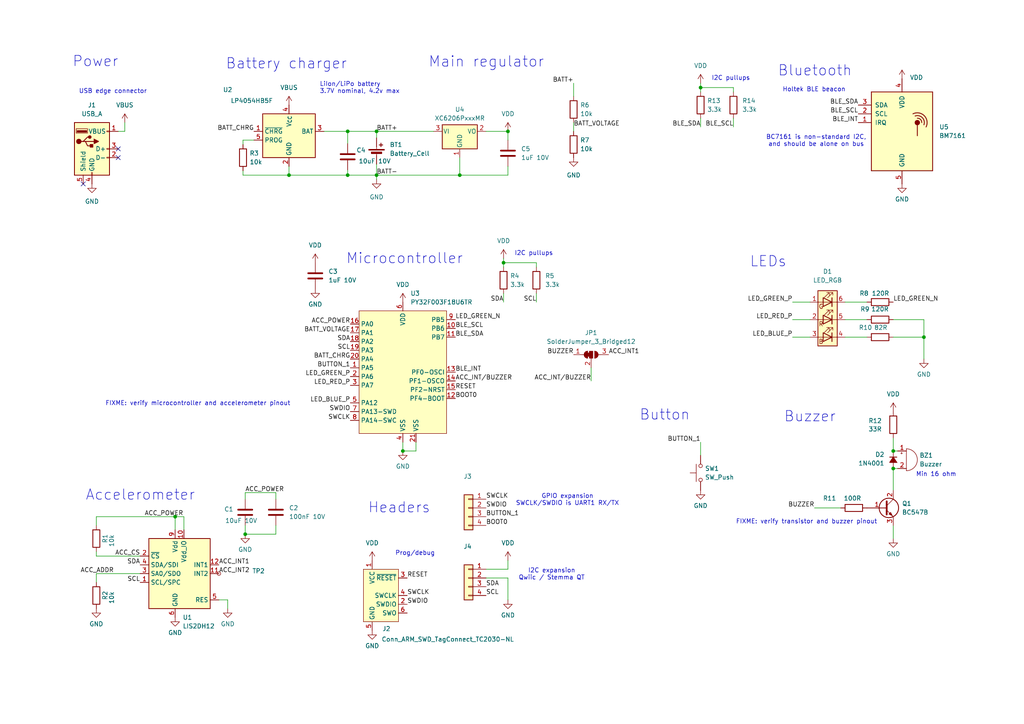
<source format=kicad_sch>
(kicad_sch (version 20231120) (generator "eeschema") (generator_version "8.0")
  (paper "A4")
  (lib_symbols
    (symbol "Battery_Management:LTC4054ES5-4.2"
      (property "Reference" "U" (at -5.842 6.604 0))
      (property "Value" "LTC4054ES5-4.2" (at 1.524 6.604 0))
      (symbol "LTC4054ES5-4.2_0_1"
        (rectangle (start -7.62 5.08) (end 7.62 -7.62) (stroke (width 0.254)) (fill (type background)))
      )
      (symbol "LTC4054ES5-4.2_1_1"
        (pin open_collector line (at -10.16 0 0) (length 2.54) (name "~{CHRG}") (number "1"))
        (pin power_in line (at 0 -10.16 90) (length 2.54) (name "GND") (number "2"))
        (pin power_out line (at 10.16 0 180) (length 2.54) (name "BAT") (number "3"))
        (pin power_in line (at 0 7.62 270) (length 2.54) (name "V_{CC}") (number "4"))
        (pin bidirectional line (at -10.16 -2.54 0) (length 2.54) (name "PROG") (number "5"))
      )
    )
    (symbol "Connector:Conn_ARM_SWD_TagConnect_TC2030-NL" (in_bom no)
      (property "Reference" "J" (at 2.54 11.43 0))
      (property "Value" "Conn_ARM_SWD_TagConnect_TC2030-NL" (at 2.54 8.89 0))
      (symbol "Conn_ARM_SWD_TagConnect_TC2030-NL_0_0"
        (pin power_in line (at -2.54 10.16 270) (length 2.54) (name "VCC") (number "1"))
        (pin bidirectional line (at 7.62 -2.54 180) (length 2.54) (name "SWDIO") (number "2"))
        (pin open_collector line (at 7.62 5.08 180) (length 2.54) (name "~{RESET}") (number "3"))
        (pin output line (at 7.62 0 180) (length 2.54) (name "SWCLK") (number "4"))
        (pin power_in line (at -2.54 -10.16 90) (length 2.54) (name "GND") (number "5"))
        (pin input line (at 7.62 -5.08 180) (length 2.54) (name "SWO") (number "6"))
      )
      (symbol "Conn_ARM_SWD_TagConnect_TC2030-NL_0_1"
        (rectangle (start -5.08 7.62) (end 5.08 -7.62) (fill (type background)))
      )
    )
    (symbol "Connector:TestPoint_Small" (pin_numbers hide) (pin_names (offset 0.762) hide)
      (property "Reference" "TP" (at 0 3.81 0))
      (property "Value" "TestPoint_Small" (at 0 2.032 0))
      (symbol "TestPoint_Small_0_1"
        (circle (center 0 0) (radius 0.508))
      )
      (symbol "TestPoint_Small_1_1"
        (pin passive line (at 0 0 90) (length 0) (name "1") (number "1"))
      )
    )
    (symbol "Connector:USB_A" (pin_names (offset 1.016))
      (property "Reference" "J" (at -5.08 11.43 0))
      (property "Value" "USB_A" (at -5.08 8.89 0))
      (symbol "USB_A_0_1"
        (rectangle (start -5.08 -7.62) (end 5.08 7.62) (stroke (width 0.254)) (fill (type background)))
        (circle (center -3.81 2.159) (radius 0.635) (stroke (width 0.254)) (fill (type outline)))
        (rectangle (start -1.524 4.826) (end -4.318 5.334) (fill (type outline)))
        (rectangle (start -1.27 4.572) (end -4.572 5.842))
        (circle (center -0.635 3.429) (radius 0.381) (stroke (width 0.254)) (fill (type outline)))
        (rectangle (start -0.127 -7.62) (end 0.127 -6.858))
        (polyline (pts (xy -3.175 2.159) (xy -2.54 2.159) (xy -1.27 3.429) (xy -0.635 3.429)) (stroke (width 0.254)))
        (polyline (pts (xy -2.54 2.159) (xy -1.905 2.159) (xy -1.27 0.889) (xy 0 0.889)) (stroke (width 0.254)))
        (polyline (pts (xy 0.635 2.794) (xy 0.635 1.524) (xy 1.905 2.159) (xy 0.635 2.794)) (stroke (width 0.254)) (fill (type outline)))
        (rectangle (start 0.254 1.27) (end -0.508 0.508) (stroke (width 0.254)) (fill (type outline)))
        (rectangle (start 5.08 -2.667) (end 4.318 -2.413))
        (rectangle (start 5.08 -0.127) (end 4.318 0.127))
        (rectangle (start 5.08 4.953) (end 4.318 5.207))
      )
      (symbol "USB_A_1_1"
        (polyline (pts (xy -1.905 2.159) (xy 0.635 2.159)) (stroke (width 0.254)))
        (pin power_in line (at 7.62 5.08 180) (length 2.54) (name "VBUS") (number "1"))
        (pin bidirectional line (at 7.62 -2.54 180) (length 2.54) (name "D-") (number "2"))
        (pin bidirectional line (at 7.62 0 180) (length 2.54) (name "D+") (number "3"))
        (pin power_in line (at 0 -10.16 90) (length 2.54) (name "GND") (number "4"))
        (pin passive line (at -2.54 -10.16 90) (length 2.54) (name "Shield") (number "5"))
      )
    )
    (symbol "Connector_Generic:Conn_01x04" (pin_names (offset 1.016) hide)
      (property "Reference" "J" (at 0 5.08 0))
      (property "Value" "Conn_01x04" (at 0 -7.62 0))
      (symbol "Conn_01x04_1_1"
        (rectangle (start -1.27 -4.953) (end 0 -5.207) (stroke (width 0.1524)))
        (rectangle (start -1.27 -2.413) (end 0 -2.667) (stroke (width 0.1524)))
        (rectangle (start -1.27 0.127) (end 0 -0.127) (stroke (width 0.1524)))
        (rectangle (start -1.27 2.667) (end 0 2.413) (stroke (width 0.1524)))
        (rectangle (start -1.27 3.81) (end 1.27 -6.35) (stroke (width 0.254)) (fill (type background)))
        (pin passive line (at -5.08 2.54 0) (length 3.81) (name "Pin_1") (number "1"))
        (pin passive line (at -5.08 0 0) (length 3.81) (name "Pin_2") (number "2"))
        (pin passive line (at -5.08 -2.54 0) (length 3.81) (name "Pin_3") (number "3"))
        (pin passive line (at -5.08 -5.08 0) (length 3.81) (name "Pin_4") (number "4"))
      )
    )
    (symbol "Device:Battery_Cell" (pin_numbers hide) (pin_names (offset 0) hide)
      (property "Reference" "BT1" (at 3.81 3.1115 0))
      (property "Value" "Battery_Cell" (at 3.81 0.5715 0))
      (symbol "Battery_Cell_0_1"
        (rectangle (start -2.286 1.778) (end 2.286 1.524) (fill (type outline)))
        (rectangle (start -1.524 1.016) (end 1.524 0.508) (fill (type outline)))
        (polyline (pts (xy 0 0.762) (xy 0 0)))
        (polyline (pts (xy 0 1.778) (xy 0 2.54)))
        (polyline (pts (xy 0.762 3.048) (xy 1.778 3.048)) (stroke (width 0.254)))
        (polyline (pts (xy 1.27 3.556) (xy 1.27 2.54)) (stroke (width 0.254)))
      )
      (symbol "Battery_Cell_1_1"
        (pin passive line (at 0 5.08 270) (length 2.54) (name "+") (number "1"))
        (pin passive line (at 0 -2.54 90) (length 2.54) (name "-") (number "2"))
      )
    )
    (symbol "Device:Buzzer" (pin_names (offset 0.0254) hide)
      (property "Reference" "BZ" (at 3.81 1.27 0))
      (property "Value" "Buzzer" (at 3.81 -1.27 0))
      (symbol "Buzzer_0_1"
        (arc (start 0 -3.175) (mid 3.1612 0) (end 0 3.175))
        (polyline (pts (xy -1.651 1.905) (xy -1.143 1.905)))
        (polyline (pts (xy -1.397 2.159) (xy -1.397 1.651)))
        (polyline (pts (xy 0 3.175) (xy 0 -3.175)))
      )
      (symbol "Buzzer_1_1"
        (pin passive line (at -2.54 2.54 0) (length 2.54) (name "+") (number "1"))
        (pin passive line (at -2.54 -2.54 0) (length 2.54) (name "-") (number "2"))
      )
    )
    (symbol "Device:C" (pin_numbers hide) (pin_names (offset 0.254))
      (property "Reference" "C" (at 0.635 2.54 0))
      (property "Value" "C" (at 0.635 -2.54 0))
      (symbol "C_0_1"
        (polyline (pts (xy -2.032 -0.762) (xy 2.032 -0.762)) (stroke (width 0.508)))
        (polyline (pts (xy -2.032 0.762) (xy 2.032 0.762)) (stroke (width 0.508)))
      )
      (symbol "C_1_1"
        (pin passive line (at 0 3.81 270) (length 2.794) (name "~") (number "1"))
        (pin passive line (at 0 -3.81 90) (length 2.794) (name "~") (number "2"))
      )
    )
    (symbol "Device:D_Small_Filled" (pin_numbers hide) (pin_names (offset 0.254) hide)
      (property "Reference" "D" (at -1.27 2.032 0))
      (property "Value" "D_Small_Filled" (at -3.81 -2.032 0))
      (symbol "D_Small_Filled_0_1"
        (polyline (pts (xy -0.762 -1.016) (xy -0.762 1.016)) (stroke (width 0.254)))
        (polyline (pts (xy -0.762 0) (xy 0.762 0)))
        (polyline (pts (xy 0.762 -1.016) (xy -0.762 0) (xy 0.762 1.016) (xy 0.762 -1.016)) (stroke (width 0.254)) (fill (type outline)))
      )
      (symbol "D_Small_Filled_1_1"
        (pin passive line (at -2.54 0 0) (length 1.778) (name "K") (number "1"))
        (pin passive line (at 2.54 0 180) (length 1.778) (name "A") (number "2"))
      )
    )
    (symbol "Device:Q_NPN_BCE" (pin_names (offset 0) hide)
      (property "Reference" "Q" (at 5.08 1.27 0))
      (property "Value" "Q_NPN_BCE" (at 5.08 -1.27 0))
      (symbol "Q_NPN_BCE_0_1"
        (polyline (pts (xy 0.635 0.635) (xy 2.54 2.54)))
        (polyline (pts (xy 0.635 -0.635) (xy 2.54 -2.54) (xy 2.54 -2.54)))
        (polyline (pts (xy 0.635 1.905) (xy 0.635 -1.905) (xy 0.635 -1.905)) (stroke (width 0.508)))
        (polyline (pts (xy 1.27 -1.778) (xy 1.778 -1.27) (xy 2.286 -2.286) (xy 1.27 -1.778) (xy 1.27 -1.778)) (fill (type outline)))
        (circle (center 1.27 0) (radius 2.8194) (stroke (width 0.254)))
      )
      (symbol "Q_NPN_BCE_1_1"
        (pin input line (at -5.08 0 0) (length 5.715) (name "B") (number "1"))
        (pin passive line (at 2.54 5.08 270) (length 2.54) (name "C") (number "2"))
        (pin passive line (at 2.54 -5.08 90) (length 2.54) (name "E") (number "3"))
      )
    )
    (symbol "Device:R" (pin_numbers hide) (pin_names (offset 0))
      (property "Reference" "R" (at 2.032 0 90))
      (property "Value" "R" (at 0 0 90))
      (symbol "R_0_1"
        (rectangle (start -1.016 -2.54) (end 1.016 2.54) (stroke (width 0.254)))
      )
      (symbol "R_1_1"
        (pin passive line (at 0 3.81 270) (length 1.27) (name "~") (number "1"))
        (pin passive line (at 0 -3.81 90) (length 1.27) (name "~") (number "2"))
      )
    )
    (symbol "Jumper:SolderJumper_3_Bridged12" (pin_names (offset 0) hide) (exclude_from_sim yes) (in_bom no)
      (property "Reference" "JP" (at -2.54 -2.54 0))
      (property "Value" "SolderJumper_3_Bridged12" (at 0 2.794 0))
      (symbol "SolderJumper_3_Bridged12_0_1"
        (rectangle (start -1.016 0.508) (end -0.508 -0.508) (fill (type outline)))
        (arc (start -1.016 1.016) (mid -2.0276 0) (end -1.016 -1.016))
        (arc (start -1.016 1.016) (mid -2.0276 0) (end -1.016 -1.016) (fill (type outline)))
        (rectangle (start -0.508 1.016) (end 0.508 -1.016) (fill (type outline)))
        (polyline (pts (xy -2.54 0) (xy -2.032 0)))
        (polyline (pts (xy -1.016 1.016) (xy -1.016 -1.016)))
        (polyline (pts (xy 0 -1.27) (xy 0 -1.016)))
        (polyline (pts (xy 1.016 1.016) (xy 1.016 -1.016)))
        (polyline (pts (xy 2.54 0) (xy 2.032 0)))
        (arc (start 1.016 -1.016) (mid 2.0276 0) (end 1.016 1.016))
        (arc (start 1.016 -1.016) (mid 2.0276 0) (end 1.016 1.016) (fill (type outline)))
      )
      (symbol "SolderJumper_3_Bridged12_1_1"
        (pin passive line (at -5.08 0 0) (length 2.54) (name "A") (number "1"))
        (pin passive line (at 0 -3.81 90) (length 2.54) (name "C") (number "2"))
        (pin passive line (at 5.08 0 180) (length 2.54) (name "B") (number "3"))
      )
    )
    (symbol "Regulator_Linear:XC6206PxxxMR" (pin_names (offset 0.254))
      (property "Reference" "U" (at -3.81 3.175 0))
      (property "Value" "XC6206PxxxMR" (at 0 3.175 0))
      (symbol "XC6206PxxxMR_0_1"
        (rectangle (start -5.08 1.905) (end 5.08 -5.08) (stroke (width 0.254)) (fill (type background)))
      )
      (symbol "XC6206PxxxMR_1_1"
        (pin power_in line (at 0 -7.62 90) (length 2.54) (name "GND") (number "1"))
        (pin power_out line (at 7.62 0 180) (length 2.54) (name "VO") (number "2"))
        (pin power_in line (at -7.62 0 0) (length 2.54) (name "VI") (number "3"))
      )
    )
    (symbol "Sensor_Motion:LIS2HH12"
      (property "Reference" "U" (at -5.08 11.43 0))
      (property "Value" "LIS2HH12" (at 3.81 11.43 0))
      (symbol "LIS2HH12_0_1"
        (rectangle (start -7.62 10.16) (end 10.16 -10.16) (stroke (width 0.254)) (fill (type background)))
      )
      (symbol "LIS2HH12_1_1"
        (pin input line (at -10.16 -2.54 0) (length 2.54) (name "SCL/SPC") (number "1"))
        (pin power_in line (at 2.54 12.7 270) (length 2.54) (name "Vdd_IO") (number "10"))
        (pin output line (at 12.7 0 180) (length 2.54) (name "INT2") (number "11"))
        (pin output line (at 12.7 2.54 180) (length 2.54) (name "INT1") (number "12"))
        (pin input line (at -10.16 5.08 0) (length 2.54) (name "~{CS}") (number "2"))
        (pin bidirectional line (at -10.16 0 0) (length 2.54) (name "SA0/SDO") (number "3"))
        (pin bidirectional line (at -10.16 2.54 0) (length 2.54) (name "SDA/SDI") (number "4"))
        (pin passive line (at 12.7 -7.62 180) (length 2.54) (name "RES") (number "5"))
        (pin power_in line (at 0 -12.7 90) (length 2.54) (name "GND") (number "6"))
        (pin passive line (at 0 -12.7 90) (length 2.54) hide (name "GND") (number "7"))
        (pin passive line (at 0 -12.7 90) (length 2.54) hide (name "GND") (number "8"))
        (pin power_in line (at 0 12.7 270) (length 2.54) (name "Vdd") (number "9"))
      )
    )
    (symbol "Switch:SW_Push" (pin_numbers hide) (pin_names (offset 1.016) hide)
      (property "Reference" "SW" (at 1.27 2.54 0))
      (property "Value" "SW_Push" (at 0 -1.524 0))
      (symbol "SW_Push_0_1"
        (circle (center -2.032 0) (radius 0.508))
        (polyline (pts (xy 0 1.27) (xy 0 3.048)))
        (polyline (pts (xy 2.54 1.27) (xy -2.54 1.27)))
        (circle (center 2.032 0) (radius 0.508))
        (pin passive line (at -5.08 0 0) (length 2.54) (name "1") (number "1"))
        (pin passive line (at 5.08 0 180) (length 2.54) (name "2") (number "2"))
      )
    )
    (symbol "dml10:BM7161" (pin_names (offset 1.016))
      (property "Reference" "U" (at -8.89 12.7 0))
      (property "Value" "BM7161" (at 3.81 12.7 0))
      (symbol "BM7161_0_1"
        (rectangle (start -8.89 11.43) (end 8.89 -11.43) (stroke (width 0.254)) (fill (type background)))
        (polyline (pts (xy 4.445 1.905) (xy 4.445 -1.27)) (stroke (width 0.254)))
        (circle (center 4.445 2.54) (radius 0.635) (stroke (width 0.254)) (fill (type outline)))
        (arc (start 5.715 2.54) (mid 5.3521 3.4546) (end 4.445 3.81) (stroke (width 0.254)))
        (arc (start 6.35 1.905) (mid 5.8763 3.9854) (end 3.81 4.445) (stroke (width 0.254)))
        (arc (start 6.985 1.27) (mid 6.453 4.548) (end 3.175 5.08) (stroke (width 0.254)))
      )
      (symbol "BM7161_1_1"
        (pin output line (at -12.7 2.54 0) (length 3.81) (name "IRQ") (number "1"))
        (pin input line (at -12.7 5.08 0) (length 3.81) (name "SCL") (number "2"))
        (pin input line (at -12.7 7.62 0) (length 3.81) (name "SDA") (number "3"))
        (pin power_in line (at 0 15.24 270) (length 3.81) (name "VDD") (number "4"))
        (pin power_in line (at 0 -15.24 90) (length 3.81) (name "GND") (number "5"))
      )
    )
    (symbol "dml20m:LED_RGB_5050_6p" (pin_names (offset 0) hide)
      (property "Reference" "D3" (at 0 -12.7 0))
      (property "Value" "LED_RGB_5050_6p" (at 0 -10.16 0))
      (symbol "LED_RGB_5050_6p_0_0"
        (text "B" (at -1.905 -6.35 0) (effects (font (size 1.27 1.27))))
      )
      (symbol "LED_RGB_5050_6p_0_1"
        (polyline (pts (xy -1.27 -5.08) (xy -2.54 -5.08)))
        (polyline (pts (xy -1.27 -5.08) (xy 1.27 -5.08)))
        (polyline (pts (xy -1.27 0) (xy -2.54 0)))
        (polyline (pts (xy -1.27 5.08) (xy -2.54 5.08)))
        (polyline (pts (xy -1.27 5.08) (xy 1.27 5.08)))
        (polyline (pts (xy 1.27 -6.35) (xy 1.27 -3.81)) (stroke (width 0.254)))
        (polyline (pts (xy 1.27 -5.08) (xy 2.54 -5.08)))
        (polyline (pts (xy 1.27 -1.27) (xy 1.27 1.27)) (stroke (width 0.254)))
        (polyline (pts (xy 1.27 0) (xy -1.27 0)))
        (polyline (pts (xy 1.27 0) (xy 2.54 0)))
        (polyline (pts (xy 1.27 3.81) (xy 1.27 6.35)) (stroke (width 0.254)))
        (polyline (pts (xy 1.27 5.08) (xy 2.54 5.08)))
        (polyline (pts (xy -1.27 1.27) (xy -1.27 -1.27) (xy -1.27 -1.27)))
        (polyline (pts (xy -1.27 6.35) (xy -1.27 3.81) (xy -1.27 3.81)))
        (polyline (pts (xy -1.27 -6.35) (xy -1.27 -3.81) (xy 1.27 -5.08) (xy -1.27 -6.35)) (stroke (width 0.254)))
        (polyline (pts (xy -1.27 -1.27) (xy -1.27 1.27) (xy 1.27 0) (xy -1.27 -1.27)) (stroke (width 0.254)))
        (polyline (pts (xy -1.27 3.81) (xy -1.27 6.35) (xy 1.27 5.08) (xy -1.27 3.81)) (stroke (width 0.254)))
        (polyline (pts (xy -1.016 -3.81) (xy 0.508 -2.286) (xy -0.254 -2.286) (xy 0.508 -2.286) (xy 0.508 -3.048)))
        (polyline (pts (xy -1.016 1.27) (xy 0.508 2.794) (xy -0.254 2.794) (xy 0.508 2.794) (xy 0.508 2.032)))
        (polyline (pts (xy -1.016 6.35) (xy 0.508 7.874) (xy -0.254 7.874) (xy 0.508 7.874) (xy 0.508 7.112)))
        (polyline (pts (xy 0 -3.81) (xy 1.524 -2.286) (xy 0.762 -2.286) (xy 1.524 -2.286) (xy 1.524 -3.048)))
        (polyline (pts (xy 0 1.27) (xy 1.524 2.794) (xy 0.762 2.794) (xy 1.524 2.794) (xy 1.524 2.032)))
        (polyline (pts (xy 0 6.35) (xy 1.524 7.874) (xy 0.762 7.874) (xy 1.524 7.874) (xy 1.524 7.112)))
        (rectangle (start 1.27 -1.27) (end 1.27 1.27))
        (rectangle (start 1.27 1.27) (end 1.27 1.27))
        (rectangle (start 1.27 3.81) (end 1.27 6.35))
        (rectangle (start 1.27 6.35) (end 1.27 6.35))
        (rectangle (start 2.794 8.382) (end -2.794 -7.62) (stroke (width 0.254)) (fill (type background)))
      )
      (symbol "LED_RGB_5050_6p_1_0"
        (text "G" (at -1.905 3.81 0) (effects (font (size 1.27 1.27))))
        (text "R" (at -1.905 -1.27 0) (effects (font (size 1.27 1.27))))
      )
      (symbol "LED_RGB_5050_6p_1_1"
        (pin passive line (at -5.08 5.08 0) (length 2.54) (name "RK") (number "1"))
        (pin passive line (at -5.08 0 0) (length 2.54) (name "GK") (number "2"))
        (pin passive line (at -5.08 -5.08 0) (length 2.54) (name "BK") (number "3"))
        (pin passive line (at 5.08 -5.08 180) (length 2.54) (name "BA") (number "4"))
        (pin passive line (at 5.08 0 180) (length 2.54) (name "GA") (number "5"))
        (pin passive line (at 5.08 5.08 180) (length 2.54) (name "RA") (number "6"))
      )
    )
    (symbol "dml20m:PY32F003F1xU"
      (property "Reference" "U1" (at 2.1941 22.86 0))
      (property "Value" "PY32F003F16P6TU" (at 2.1941 20.32 0))
      (symbol "PY32F003F1xU_0_1"
        (rectangle (start -12.7 17.78) (end 12.7 -17.78) (stroke (width 0.1524)) (fill (type background)))
      )
      (symbol "PY32F003F1xU_1_0"
        (pin bidirectional line (at -15.24 1.27 0) (length 2.54) (name "PA5") (number "1"))
        (pin bidirectional line (at -15.24 11.43 0) (length 2.54) (name "PA1") (number "17"))
        (pin bidirectional line (at -15.24 8.89 0) (length 2.54) (name "PA2") (number "18"))
        (pin bidirectional line (at -15.24 6.35 0) (length 2.54) (name "PA3") (number "19"))
        (pin bidirectional line (at -15.24 -1.27 0) (length 2.54) (name "PA6") (number "2"))
      )
      (symbol "PY32F003F1xU_1_1"
        (pin bidirectional line (at 15.24 12.7 180) (length 2.54) (name "PB6") (number "10"))
        (pin bidirectional line (at 15.24 10.16 180) (length 2.54) (name "PB7") (number "11"))
        (pin bidirectional line (at 15.24 -7.62 180) (length 2.54) (name "PF4-BOOT") (number "12"))
        (pin bidirectional line (at 15.24 0 180) (length 2.54) (name "PF0-OSCI") (number "13"))
        (pin bidirectional line (at 15.24 -2.54 180) (length 2.54) (name "PF1-OSCO") (number "14"))
        (pin bidirectional line (at 15.24 -5.08 180) (length 2.54) (name "PF2-NRST") (number "15"))
        (pin bidirectional line (at -15.24 13.97 0) (length 2.54) (name "PA0") (number "16"))
        (pin bidirectional line (at -15.24 3.81 0) (length 2.54) (name "PA4") (number "20"))
        (pin power_in line (at 3.81 -20.32 90) (length 2.54) (name "VSS") (number "21"))
        (pin bidirectional line (at -15.24 -3.81 0) (length 2.54) (name "PA7") (number "3"))
        (pin power_in line (at 0 -20.32 90) (length 2.54) (name "VSS") (number "4"))
        (pin bidirectional line (at -15.24 -8.89 0) (length 2.54) (name "PA12") (number "5"))
        (pin power_in line (at 0 20.32 270) (length 2.54) (name "VDD") (number "6"))
        (pin bidirectional line (at -15.24 -11.43 0) (length 2.54) (name "PA13-SWD") (number "7"))
        (pin bidirectional line (at -15.24 -13.97 0) (length 2.54) (name "PA14-SWC") (number "8"))
        (pin bidirectional line (at 15.24 15.24 180) (length 2.54) (name "PB5") (number "9"))
      )
    )
    (symbol "power:GND" (power) (pin_names (offset 0))
      (property "Value" "GND" (at 0 -3.81 0))
      (symbol "GND_0_1"
        (polyline (pts (xy 0 0) (xy 0 -1.27) (xy 1.27 -1.27) (xy 0 -2.54) (xy -1.27 -1.27) (xy 0 -1.27)))
      )
      (symbol "GND_1_1"
        (pin power_in line (at 0 0 270) (length 0) hide (name "GND") (number "1"))
      )
    )
    (symbol "power:VBUS" (power) (pin_names (offset 0))
      (property "Value" "VBUS" (at 0 3.81 0))
      (symbol "VBUS_0_1"
        (polyline (pts (xy -0.762 1.27) (xy 0 2.54)))
        (polyline (pts (xy 0 0) (xy 0 2.54)))
        (polyline (pts (xy 0 2.54) (xy 0.762 1.27)))
      )
      (symbol "VBUS_1_1"
        (pin power_in line (at 0 0 90) (length 0) hide (name "VBUS") (number "1"))
      )
    )
    (symbol "power:VDD" (power) (pin_names (offset 0))
      (property "Value" "VDD" (at 0 3.81 0))
      (symbol "VDD_0_1"
        (polyline (pts (xy -0.762 1.27) (xy 0 2.54)))
        (polyline (pts (xy 0 0) (xy 0 2.54)))
        (polyline (pts (xy 0 2.54) (xy 0.762 1.27)))
      )
      (symbol "VDD_1_1"
        (pin power_in line (at 0 0 90) (length 0) hide (name "VDD") (number "1"))
      )
    )
  )
  (junction (at 50.8 149.86))
  (junction (at 203.2 25.4))
  (junction (at 133.35 50.8))
  (junction (at 100.838 50.8))
  (junction (at 83.82 50.8))
  (junction (at 259.08 130.81))
  (junction (at 100.838 38.1))
  (junction (at 71.12 154.94))
  (junction (at 267.97 97.79))
  (junction (at 146.05 76.2))
  (junction (at 259.08 135.89))
  (junction (at 116.84 130.81))
  (junction (at 109.22 38.1))
  (junction (at 109.22 50.8))
  (junction (at 147.32 38.1))
  (no_connect (at 34.29 45.72))
  (no_connect (at 34.29 43.18))
  (no_connect (at 24.13 53.34))
  (wire (pts (xy 36.195 35.56) (xy 36.195 38.1)))
  (wire (pts (xy 27.94 149.86) (xy 50.8 149.86)))
  (wire (pts (xy 83.82 50.8) (xy 83.82 48.26)))
  (wire (pts (xy 147.32 173.99) (xy 147.32 167.64)))
  (wire (pts (xy 133.35 50.8) (xy 133.35 45.72)))
  (wire (pts (xy 166.37 35.56) (xy 166.37 38.1)))
  (wire (pts (xy 171.45 106.68) (xy 171.45 110.49)))
  (wire (pts (xy 146.05 74.93) (xy 146.05 76.2)))
  (wire (pts (xy 36.195 38.1) (xy 34.29 38.1)))
  (wire (pts (xy 236.22 147.32) (xy 243.84 147.32)))
  (wire (pts (xy 147.32 165.1) (xy 140.97 165.1)))
  (wire (pts (xy 27.94 166.37) (xy 40.64 166.37)))
  (wire (pts (xy 71.12 142.875) (xy 80.01 142.875)))
  (wire (pts (xy 267.97 104.14) (xy 267.97 97.79)))
  (wire (pts (xy 259.08 127) (xy 259.08 130.81)))
  (wire (pts (xy 147.32 162.56) (xy 147.32 165.1)))
  (wire (pts (xy 229.87 92.71) (xy 234.95 92.71)))
  (wire (pts (xy 212.725 25.4) (xy 212.725 26.67)))
  (wire (pts (xy 259.08 152.4) (xy 259.08 156.21)))
  (wire (pts (xy 80.01 154.94) (xy 71.12 154.94)))
  (wire (pts (xy 245.11 92.71) (xy 251.46 92.71)))
  (wire (pts (xy 66.04 173.99) (xy 63.5 173.99)))
  (wire (pts (xy 109.22 50.8) (xy 133.35 50.8)))
  (wire (pts (xy 267.97 97.79) (xy 267.97 92.71)))
  (wire (pts (xy 116.84 130.81) (xy 120.65 130.81)))
  (wire (pts (xy 27.94 149.86) (xy 27.94 152.4)))
  (wire (pts (xy 146.05 76.2) (xy 146.05 77.47)))
  (wire (pts (xy 203.2 34.29) (xy 203.2 36.83)))
  (wire (pts (xy 80.01 152.4) (xy 80.01 154.94)))
  (wire (pts (xy 27.94 160.02) (xy 27.94 161.29)))
  (wire (pts (xy 120.65 130.81) (xy 120.65 128.27)))
  (wire (pts (xy 245.11 97.79) (xy 251.46 97.79)))
  (wire (pts (xy 109.22 50.8) (xy 100.838 50.8)))
  (wire (pts (xy 229.87 97.79) (xy 234.95 97.79)))
  (wire (pts (xy 212.725 34.29) (xy 212.725 36.83)))
  (wire (pts (xy 109.22 52.07) (xy 109.22 50.8)))
  (wire (pts (xy 259.08 130.81) (xy 260.35 130.81)))
  (wire (pts (xy 100.838 50.8) (xy 100.838 49.276)))
  (wire (pts (xy 70.485 49.53) (xy 70.485 50.8)))
  (wire (pts (xy 53.34 149.86) (xy 53.34 153.67)))
  (wire (pts (xy 267.97 97.79) (xy 259.08 97.79)))
  (wire (pts (xy 27.94 168.91) (xy 27.94 166.37)))
  (wire (pts (xy 203.2 25.4) (xy 212.725 25.4)))
  (wire (pts (xy 109.22 38.1) (xy 109.22 40.005)))
  (wire (pts (xy 109.22 38.1) (xy 125.73 38.1)))
  (wire (pts (xy 245.11 87.63) (xy 251.46 87.63)))
  (wire (pts (xy 166.37 24.13) (xy 166.37 27.94)))
  (wire (pts (xy 66.04 176.53) (xy 66.04 173.99)))
  (wire (pts (xy 71.12 154.94) (xy 71.12 152.4)))
  (wire (pts (xy 116.84 128.27) (xy 116.84 130.81)))
  (wire (pts (xy 155.575 76.2) (xy 155.575 77.47)))
  (wire (pts (xy 203.2 25.4) (xy 203.2 26.67)))
  (wire (pts (xy 259.08 142.24) (xy 259.08 135.89)))
  (wire (pts (xy 133.35 50.8) (xy 147.32 50.8)))
  (wire (pts (xy 140.97 38.1) (xy 147.32 38.1)))
  (wire (pts (xy 229.87 87.63) (xy 234.95 87.63)))
  (wire (pts (xy 109.22 47.625) (xy 109.22 50.8)))
  (wire (pts (xy 70.485 50.8) (xy 83.82 50.8)))
  (wire (pts (xy 203.2 24.13) (xy 203.2 25.4)))
  (wire (pts (xy 259.08 135.89) (xy 260.35 135.89)))
  (wire (pts (xy 155.575 85.09) (xy 155.575 87.63)))
  (wire (pts (xy 70.485 40.64) (xy 73.66 40.64)))
  (wire (pts (xy 50.8 149.86) (xy 53.34 149.86)))
  (wire (pts (xy 93.98 38.1) (xy 100.838 38.1)))
  (wire (pts (xy 147.32 167.64) (xy 140.97 167.64)))
  (wire (pts (xy 80.01 142.875) (xy 80.01 144.78)))
  (wire (pts (xy 100.838 38.1) (xy 109.22 38.1)))
  (wire (pts (xy 203.2 128.27) (xy 203.2 132.08)))
  (wire (pts (xy 71.12 144.78) (xy 71.12 142.875)))
  (wire (pts (xy 27.94 161.29) (xy 40.64 161.29)))
  (wire (pts (xy 146.05 76.2) (xy 155.575 76.2)))
  (wire (pts (xy 70.485 41.91) (xy 70.485 40.64)))
  (wire (pts (xy 259.08 92.71) (xy 267.97 92.71)))
  (wire (pts (xy 147.32 38.1) (xy 147.32 40.64)))
  (wire (pts (xy 83.82 50.8) (xy 100.838 50.8)))
  (wire (pts (xy 50.8 149.86) (xy 50.8 153.67)))
  (wire (pts (xy 147.32 48.26) (xy 147.32 50.8)))
  (wire (pts (xy 146.05 85.09) (xy 146.05 87.63)))
  (wire (pts (xy 100.838 38.1) (xy 100.838 41.656)))
  (text "Buzzer" (at 227.33 122.682 0) (effects (font (size 3 3)) (justify left bottom)))
  (text "Prog/debug" (at 120.396 160.528 0) (effects (font (size 1.27 1.27))))
  (text "Main regulator" (at 124.206 19.812 0) (effects (font (size 3.048 3.048)) (justify left bottom)))
  (text "Min 16 ohm" (at 271.526 137.668 0) (effects (font (size 1.27 1.27))))
  (text "FIXME: verify transistor and buzzer pinout" (at 233.934 151.384 0) (effects (font (size 1.27 1.27))))
  (text "Microcontroller" (at 100.33 76.835 0) (effects (font (size 3 3)) (justify left bottom)))
  (text "Button" (at 185.42 122.174 0) (effects (font (size 3 3)) (justify left bottom)))
  (text "GPIO expansion\nSWCLK/SWDIO is UART1 RX/TX" (at 164.592 145.034 0) (effects (font (size 1.27 1.27))))
  (text "Power" (at 20.955 19.685 0) (effects (font (size 3 3)) (justify left bottom)))
  (text "LiIon/LiPo battery\n3.7V nominal, 4.2v max" (at 92.71 27.305 0) (effects (font (size 1.27 1.27)) (justify left bottom)))
  (text "Accelerometer" (at 24.765 145.415 0) (effects (font (size 3 3)) (justify left bottom)))
  (text "I2C pullups" (at 149.225 74.295 0) (effects (font (size 1.27 1.27)) (justify left bottom)))
  (text "USB edge connector" (at 22.86 27.305 0) (effects (font (size 1.27 1.27)) (justify left bottom)))
  (text "FIXME: verify microcontroller and accelerometer pinout\n" (at 57.404 117.094 0) (effects (font (size 1.27 1.27))))
  (text "Headers" (at 106.68 149.098 0) (effects (font (size 3 3)) (justify left bottom)))
  (text "LEDs" (at 217.424 77.724 0) (effects (font (size 3 3)) (justify left bottom)))
  (text "Holtek BLE beacon" (at 226.949 26.797 0) (effects (font (size 1.27 1.27)) (justify left bottom)))
  (text "I2C expansion\nQwiic / Stemma QT" (at 160.02 166.624 0) (effects (font (size 1.27 1.27))))
  (text "Bluetooth" (at 225.552 22.352 0) (effects (font (size 3 3)) (justify left bottom)))
  (text "BC7161 is non-standard I2C,\nand should be alone on bus" (at 236.728 40.894 0) (effects (font (size 1.27 1.27))))
  (text "I2C pullups" (at 206.375 23.495 0) (effects (font (size 1.27 1.27)) (justify left bottom)))
  (text "Battery charger" (at 65.405 20.32 0) (effects (font (size 3 3)) (justify left bottom)))
  (label "SWCLK" (at 101.6 121.92 180))
  (label "ACC_CS" (at 40.64 161.29 180))
  (label "ACC_POWER" (at 41.91 149.86 0))
  (label "ACC_INT1" (at 176.53 102.87 0))
  (label "BLE_SCL" (at 132.08 95.25 0))
  (label "LED_RED_P" (at 229.87 92.71 180))
  (label "BLE_SDA" (at 132.08 97.79 0))
  (label "BOOT0" (at 132.08 115.57 0))
  (label "ACC_POWER" (at 101.6 93.98 180))
  (label "BATT_CHRG" (at 73.66 38.1 180))
  (label "ACC_INT{slash}BUZZER" (at 132.08 110.49 0))
  (label "BUTTON_1" (at 140.97 149.86 0))
  (label "BATT+" (at 109.22 38.1 0))
  (label "SWDIO" (at 140.97 147.32 0))
  (label "RESET" (at 118.11 167.64 0))
  (label "SDA" (at 140.97 170.18 0))
  (label "BATT_CHRG" (at 101.6 104.14 180))
  (label "LED_GREEN_N" (at 259.08 87.63 0))
  (label "BOOT0" (at 140.97 152.4 0))
  (label "LED_RED_P" (at 101.6 111.76 180))
  (label "BLE_SDA" (at 248.92 30.48 180))
  (label "SWDIO" (at 118.11 175.26 0))
  (label "SWCLK" (at 140.97 144.78 0))
  (label "SDA" (at 101.6 99.06 180))
  (label "BUZZER" (at 166.37 102.87 180))
  (label "BLE_INT" (at 248.92 35.56 180))
  (label "ACC_INT{slash}BUZZER" (at 171.45 110.49 180))
  (label "BLE_SDA" (at 203.2 36.83 180))
  (label "SCL" (at 140.97 172.72 0))
  (label "SDA" (at 146.05 87.63 180))
  (label "SWCLK" (at 118.11 172.72 0))
  (label "BLE_INT" (at 132.08 107.95 0))
  (label "LED_GREEN_P" (at 101.6 109.22 180))
  (label "SCL" (at 101.6 101.6 180))
  (label "ACC_ADDR" (at 33.02 166.37 180))
  (label "SCL" (at 155.575 87.63 180))
  (label "SCL" (at 40.64 168.91 180))
  (label "LED_BLUE_P" (at 101.6 116.84 180))
  (label "BATT_VOLTAGE" (at 166.37 36.83 0))
  (label "BATT-" (at 109.22 50.8 0))
  (label "LED_BLUE_P" (at 229.87 97.79 180))
  (label "BLE_SCL" (at 212.725 36.83 180))
  (label "BUTTON_1" (at 203.2 128.27 180))
  (label "BUTTON_1" (at 101.6 106.68 180))
  (label "LED_GREEN_P" (at 229.87 87.63 180))
  (label "SDA" (at 40.64 163.83 180))
  (label "RESET" (at 132.08 113.03 0))
  (label "LED_GREEN_N" (at 132.08 92.71 0))
  (label "BLE_SCL" (at 248.92 33.02 180))
  (label "ACC_INT1" (at 63.5 163.83 0))
  (label "SWDIO" (at 101.6 119.38 180))
  (label "BATT+" (at 166.37 24.13 180))
  (label "ACC_POWER" (at 71.12 142.875 0))
  (label "BUZZER" (at 236.22 147.32 180))
  (label "ACC_INT2" (at 63.5 166.37 0))
  (label "BATT_VOLTAGE" (at 101.6 96.52 180))
  (symbol (lib_id "power:GND") (at 261.62 53.34 0) (unit 1)
    (property "Reference" "#PWR022" (effects (hide yes)))
    (property "Value" "GND" (at 261.62 57.785 0))
  )
  (symbol (lib_id "power:VDD") (at 147.32 162.56 0) (unit 1)
    (property "Reference" "#PWR017" (effects (hide yes)))
    (property "Value" "VDD" (at 147.32 157.48 0))
  )
  (symbol (lib_id "Device:R") (at 155.575 81.28 0) (unit 1)
    (property "Reference" "R5" (at 158.115 80.01 0) (effects (justify left)))
    (property "Value" "3.3k" (at 158.115 82.55 0) (effects (justify left)))
    (property "Footprint" "Resistor_SMD:R_0603_1608Metric" (effects (hide yes)))
  )
  (symbol (lib_id "Device:R") (at 212.725 30.48 0) (unit 1)
    (property "Reference" "R14" (at 215.265 29.21 0) (effects (justify left)))
    (property "Value" "3.3k" (at 215.265 31.75 0) (effects (justify left)))
    (property "Footprint" "Resistor_SMD:R_0603_1608Metric" (effects (hide yes)))
  )
  (symbol (lib_id "power:GND") (at 91.44 83.82 0) (unit 1)
    (property "Reference" "#PWR09" (effects (hide yes)))
    (property "Value" "GND" (at 91.44 88.265 0))
  )
  (symbol (lib_id "Device:R") (at 247.65 147.32 90) (unit 1)
    (property "Reference" "R11" (at 242.57 144.526 90) (effects (justify left)))
    (property "Value" "100R" (at 249.809 144.526 90) (effects (justify left)))
    (property "Footprint" "Resistor_SMD:R_0603_1608Metric" (effects (hide yes)))
  )
  (symbol (lib_id "Device:R") (at 203.2 30.48 0) (unit 1)
    (property "Reference" "R13" (at 205.105 29.21 0) (effects (justify left)))
    (property "Value" "3.3k" (at 205.105 31.75 0) (effects (justify left)))
    (property "Footprint" "Resistor_SMD:R_0603_1608Metric" (effects (hide yes)))
  )
  (symbol (lib_id "Device:Q_NPN_BCE") (at 256.54 147.32 0) (unit 1)
    (property "Reference" "Q1" (at 261.62 146.0499 0) (effects (justify left)))
    (property "Value" "BC547B" (at 261.62 148.5899 0) (effects (justify left)))
    (property "Footprint" "Package_TO_SOT_SMD:SOT-23" (effects (hide yes)))
    (property "Description" "NPN transistor, base/collector/emitter" (effects (hide yes)))
  )
  (symbol (lib_id "power:VDD") (at 116.84 87.63 0) (unit 1)
    (property "Reference" "#PWR013" (effects (hide yes)))
    (property "Value" "VDD" (at 116.84 82.55 0))
  )
  (symbol (lib_id "Regulator_Linear:XC6206PxxxMR") (at 133.35 38.1 0) (unit 1)
    (property "Reference" "U4" (at 133.35 31.75 0))
    (property "Value" "XC6206PxxxMR" (at 133.35 34.29 0))
    (property "Footprint" "Package_TO_SOT_SMD:SOT-23-3" (effects (hide yes)))
    (property "Datasheet" "https://www.torexsemi.com/file/xc6206/XC6206.pdf" (effects (hide yes)))
    (property "Description" "Positive 60-250mA Low Dropout Regulator, Fixed Output, SOT-23" (effects (hide yes)))
  )
  (symbol (lib_id "Device:R") (at 27.94 172.72 180) (unit 1)
    (property "Reference" "R2" (at 30.48 172.72 90))
    (property "Value" "10k" (at 32.385 173.355 90))
    (property "Footprint" "Resistor_SMD:R_0603_1608Metric" (effects (hide yes)))
  )
  (symbol (lib_id "power:GND") (at 267.97 104.14 0) (unit 1)
    (property "Reference" "#PWR023" (effects (hide yes)))
    (property "Value" "GND" (at 267.97 108.585 0))
  )
  (symbol (lib_id "power:GND") (at 26.67 53.34 0) (unit 1)
    (property "Reference" "#PWR01" (effects (hide yes)))
    (property "Value" "GND" (at 26.67 58.42 0))
  )
  (symbol (lib_id "Device:R") (at 259.08 123.19 180) (unit 1)
    (property "Reference" "R12" (at 255.778 122.047 0) (effects (justify left)))
    (property "Value" "33R" (at 255.778 124.46 0) (effects (justify left)))
    (property "Footprint" "Resistor_SMD:R_0603_1608Metric" (effects (hide yes)))
  )
  (symbol (lib_id "Device:R") (at 27.94 156.21 180) (unit 1)
    (property "Reference" "R1" (at 30.48 156.21 90))
    (property "Value" "10k" (at 32.385 156.845 90))
    (property "Footprint" "Resistor_SMD:R_0603_1608Metric" (effects (hide yes)))
  )
  (symbol (lib_id "Jumper:SolderJumper_3_Bridged12") (at 171.45 102.87 0) (unit 1) (exclude_from_sim yes) (in_bom no)
    (property "Reference" "JP1" (at 171.45 96.52 0))
    (property "Value" "SolderJumper_3_Bridged12" (at 171.45 99.06 0))
    (property "Footprint" "Jumper:SolderJumper-3_P1.3mm_Bridged12_RoundedPad1.0x1.5mm" (effects (hide yes)))
    (property "Description" "3-pole Solder Jumper, pins 1+2 closed/bridged" (effects (hide yes)))
  )
  (symbol (lib_id "Device:R") (at 255.27 97.79 90) (unit 1)
    (property "Reference" "R10" (at 252.984 94.996 90) (effects (justify left)))
    (property "Value" "82R" (at 257.429 94.996 90) (effects (justify left)))
    (property "Footprint" "Resistor_SMD:R_0603_1608Metric" (effects (hide yes)))
  )
  (symbol (lib_id "Connector_Generic:Conn_01x04") (at 135.89 147.32 0) (mirror y) (unit 1)
    (property "Reference" "J3" (at 135.636 138.176 0))
    (property "Value" "Header 2.54mm" (effects (hide yes)))
    (property "Footprint" "Connector_JST:JST_SH_SM04B-SRSS-TB_1x04-1MP_P1.00mm_Horizontal" (effects (hide yes)))
    (property "Description" "Generic connector, single row, 01x04, script generated (kicad-library-utils/schlib/autogen/connector/)" (effects (hide yes)))
  )
  (symbol (lib_id "power:GND") (at 71.12 154.94 0) (unit 1)
    (property "Reference" "#PWR06" (effects (hide yes)))
    (property "Value" "GND" (at 71.12 159.385 0))
  )
  (symbol (lib_id "Device:D_Small_Filled") (at 259.08 133.35 90) (mirror x) (unit 1)
    (property "Reference" "D2" (at 256.54 131.8259 90) (effects (justify left)))
    (property "Value" "1N4001" (at 256.54 134.3659 90) (effects (justify left)))
    (property "Footprint" "Diode_SMD:D_SOD-123F" (effects (hide yes)))
    (property "Description" "Diode, small symbol, filled shape" (effects (hide yes)))
    (property "Sim.Device" "D" (effects (hide yes)))
    (property "Sim.Pins" "1=K 2=A" (effects (hide yes)))
  )
  (symbol (lib_id "Device:C") (at 71.12 148.59 0) (unit 1)
    (property "Reference" "C1" (at 65.024 147.701 0) (effects (justify left)))
    (property "Value" "10uF 10V" (at 65.278 151.003 0) (effects (justify left)))
    (property "Footprint" "Capacitor_SMD:C_0603_1608Metric" (effects (hide yes)))
  )
  (symbol (lib_id "Sensor_Motion:LIS2HH12") (at 50.8 166.37 0) (unit 1)
    (property "Reference" "U1" (at 52.9941 179.07 0) (effects (justify left)))
    (property "Value" "LIS2DH12" (at 52.9941 181.61 0) (effects (justify left)))
    (property "Footprint" "Package_LGA:LGA-12_2x2mm_P0.5mm" (effects (hide yes)))
    (property "Datasheet" "www.st.com/resource/en/datasheet/lis2hh12.pdf" (effects (hide yes)))
    (property "Description" "3-Axis Accelerometer, 2/4/8g range, I2C/SPI interface" (effects (hide yes)))
  )
  (symbol (lib_id "power:GND") (at 109.22 52.07 0) (unit 1)
    (property "Reference" "#PWR012" (effects (hide yes)))
    (property "Value" "GND" (at 109.22 57.15 0))
  )
  (symbol (lib_id "Device:C") (at 147.32 44.45 180) (unit 1)
    (property "Reference" "C5" (at 151.13 43.18 0) (effects (justify right)))
    (property "Value" "1uF 10V" (at 151.13 45.72 0) (effects (justify right)))
    (property "Footprint" "Capacitor_SMD:C_0603_1608Metric" (effects (hide yes)))
  )
  (symbol (lib_id "power:GND") (at 27.94 176.53 0) (unit 1)
    (property "Reference" "#PWR02" (effects (hide yes)))
    (property "Value" "GND" (at 27.94 180.975 0))
  )
  (symbol (lib_id "Connector:USB_A") (at 26.67 43.18 0) (unit 1) (in_bom no)
    (property "Reference" "J1" (at 26.67 30.48 0))
    (property "Value" "USB_A" (at 26.67 33.02 0))
    (property "Footprint" "dml10:EdgeUSBTypeA" (effects (hide yes)))
    (property "Datasheet" " ~" (effects (hide yes)))
  )
  (symbol (lib_id "Connector:TestPoint_Small") (at 63.5 166.37 0) (unit 1) (in_bom no)
    (property "Reference" "TP2" (at 73.152 165.608 0) (effects (justify left)))
    (property "Value" "TP_PCB" (effects (hide yes)))
    (property "Footprint" "TestPoint:TestPoint_Pad_D1.0mm" (effects (hide yes)))
  )
  (symbol (lib_id "Device:R") (at 255.27 92.71 90) (unit 1)
    (property "Reference" "R9" (at 252.222 89.662 90) (effects (justify left)))
    (property "Value" "120R" (at 257.81 89.662 90) (effects (justify left)))
    (property "Footprint" "Resistor_SMD:R_0603_1608Metric" (effects (hide yes)))
  )
  (symbol (lib_id "power:VDD") (at 107.95 162.56 0) (unit 1)
    (property "Reference" "#PWR010" (effects (hide yes)))
    (property "Value" "VDD" (at 107.95 157.48 0))
  )
  (symbol (lib_id "power:VDD") (at 146.05 74.93 0) (unit 1)
    (property "Reference" "#PWR015" (effects (hide yes)))
    (property "Value" "VDD" (at 146.05 69.85 0))
  )
  (symbol (lib_id "power:GND") (at 166.37 45.72 0) (unit 1)
    (property "Reference" "#PWR019" (effects (hide yes)))
    (property "Value" "GND" (at 166.37 50.8 0))
  )
  (symbol (lib_id "power:GND") (at 203.2 142.24 0) (unit 1)
    (property "Reference" "#PWR020" (effects (hide yes)))
    (property "Value" "GND" (at 203.2 146.685 0))
  )
  (symbol (lib_id "Device:Buzzer") (at 262.89 133.35 0) (unit 1)
    (property "Reference" "BZ1" (at 266.7 132.0799 0) (effects (justify left)))
    (property "Value" "Buzzer" (at 266.7 134.6199 0) (effects (justify left)))
    (property "Footprint" "Jumper:SolderJumper-2_P1.3mm_Open_Pad1.0x1.5mm" (effects (hide yes)))
    (property "Description" "Buzzer, polarized" (effects (hide yes)))
  )
  (symbol (lib_id "Device:C") (at 91.44 80.01 180) (unit 1)
    (property "Reference" "C3" (at 95.25 78.74 0) (effects (justify right)))
    (property "Value" "1uF 10V" (at 95.25 81.28 0) (effects (justify right)))
    (property "Footprint" "Capacitor_SMD:C_0603_1608Metric" (effects (hide yes)))
  )
  (symbol (lib_id "power:VDD") (at 147.32 38.1 0) (unit 1)
    (property "Reference" "#PWR016" (effects (hide yes)))
    (property "Value" "VDD" (at 147.32 33.02 0))
  )
  (symbol (lib_id "Device:C") (at 80.01 148.59 0) (unit 1)
    (property "Reference" "C2" (at 83.82 147.32 0) (effects (justify left)))
    (property "Value" "100nF 10V" (at 83.82 149.86 0) (effects (justify left)))
    (property "Footprint" "Capacitor_SMD:C_0603_1608Metric" (effects (hide yes)))
  )
  (symbol (lib_id "power:GND") (at 107.95 182.88 0) (unit 1)
    (property "Reference" "#PWR011" (effects (hide yes)))
    (property "Value" "GND" (at 107.95 187.325 0))
  )
  (symbol (lib_id "power:VDD") (at 91.44 76.2 0) (unit 1)
    (property "Reference" "#PWR08" (effects (hide yes)))
    (property "Value" "VDD" (at 91.44 71.12 0))
  )
  (symbol (lib_id "Device:R") (at 255.27 87.63 90) (unit 1)
    (property "Reference" "R8" (at 251.968 85.09 90) (effects (justify left)))
    (property "Value" "120R" (at 257.937 85.09 90) (effects (justify left)))
    (property "Footprint" "Resistor_SMD:R_0603_1608Metric" (effects (hide yes)))
  )
  (symbol (lib_id "power:VBUS") (at 36.195 35.56 0) (unit 1)
    (property "Reference" "#PWR03" (effects (hide yes)))
    (property "Value" "VBUS" (at 36.195 30.48 0))
  )
  (symbol (lib_id "Device:R") (at 166.37 41.91 0) (unit 1)
    (property "Reference" "R7" (at 168.275 40.64 0) (effects (justify left)))
    (property "Value" "10k" (at 168.275 43.18 0) (effects (justify left)))
    (property "Footprint" "Resistor_SMD:R_0603_1608Metric" (effects (hide yes)))
  )
  (symbol (lib_id "power:VDD") (at 259.08 119.38 0) (unit 1)
    (property "Reference" "#PWR024" (effects (hide yes)))
    (property "Value" "VDD" (at 259.08 114.3 0))
  )
  (symbol (lib_id "power:GND") (at 66.04 176.53 0) (unit 1)
    (property "Reference" "#PWR05" (effects (hide yes)))
    (property "Value" "GND" (at 66.04 180.975 0))
  )
  (symbol (lib_id "power:GND") (at 147.32 173.99 0) (unit 1)
    (property "Reference" "#PWR018" (effects (hide yes)))
    (property "Value" "GND" (at 147.32 178.435 0))
  )
  (symbol (lib_id "power:GND") (at 50.8 179.07 0) (unit 1)
    (property "Reference" "#PWR04" (effects (hide yes)))
    (property "Value" "GND" (at 50.8 183.515 0))
  )
  (symbol (lib_id "power:VDD") (at 203.2 24.13 0) (unit 1)
    (property "Reference" "#PWR026" (effects (hide yes)))
    (property "Value" "VDD" (at 203.2 19.05 0))
  )
  (symbol (lib_id "power:VDD") (at 261.62 22.86 0) (unit 1)
    (property "Reference" "#PWR021" (effects (hide yes)))
    (property "Value" "VDD" (at 265.811 22.479 0))
  )
  (symbol (lib_id "Device:C") (at 100.838 45.466 0) (unit 1)
    (property "Reference" "C4" (at 103.378 43.561 0) (effects (justify left)))
    (property "Value" "10uF 10V" (at 104.013 46.736 0) (effects (justify left)))
    (property "Footprint" "Capacitor_SMD:C_0603_1608Metric" (effects (hide yes)))
  )
  (symbol (lib_id "Battery_Management:LTC4054ES5-4.2") (at 83.82 38.1 0) (unit 1)
    (property "Reference" "U2" (at 66.04 26.035 0))
    (property "Value" "LP4054HB5F" (at 73.025 29.21 0))
    (property "Footprint" "Package_TO_SOT_SMD:TSOT-23-5" (effects (hide yes)))
    (property "Datasheet" "https://www.analog.com/media/en/technical-documentation/data-sheets/405442xf.pdf" (effects (hide yes)))
    (property "LCSC" "C517187" (effects (hide yes)))
  )
  (symbol (lib_id "power:VBUS") (at 83.82 30.48 0) (unit 1)
    (property "Reference" "#PWR07" (effects (hide yes)))
    (property "Value" "VBUS" (at 83.82 25.4 0))
  )
  (symbol (lib_id "power:GND") (at 259.08 156.21 0) (unit 1)
    (property "Reference" "#PWR025" (effects (hide yes)))
    (property "Value" "GND" (at 259.08 160.655 0))
  )
  (symbol (lib_id "Device:R") (at 70.485 45.72 0) (unit 1)
    (property "Reference" "R3" (at 72.39 44.45 0) (effects (justify left)))
    (property "Value" "10k" (at 72.39 46.99 0) (effects (justify left)))
    (property "Footprint" "Resistor_SMD:R_0603_1608Metric" (effects (hide yes)))
  )
  (symbol (lib_id "Device:R") (at 146.05 81.28 0) (unit 1)
    (property "Reference" "R4" (at 147.955 80.01 0) (effects (justify left)))
    (property "Value" "3.3k" (at 147.955 82.55 0) (effects (justify left)))
    (property "Footprint" "Resistor_SMD:R_0603_1608Metric" (effects (hide yes)))
  )
  (symbol (lib_id "power:GND") (at 116.84 130.81 0) (unit 1)
    (property "Reference" "#PWR014" (effects (hide yes)))
    (property "Value" "GND" (at 116.84 135.255 0))
  )
  (symbol (lib_id "dml20m:LED_RGB_5050_6p") (at 240.03 92.71 0) (unit 1)
    (property "Reference" "D1" (at 240.03 78.74 0))
    (property "Value" "LED_RGB" (at 240.03 81.28 0))
    (property "Footprint" "LED_SMD:LED_RGB_5050-6" (effects (hide yes)))
    (property "Description" "RGB LED, 6 pin package" (effects (hide yes)))
  )
  (symbol (lib_id "Switch:SW_Push") (at 203.2 137.16 90) (unit 1)
    (property "Reference" "SW1" (at 204.47 135.8899 90) (effects (justify right)))
    (property "Value" "SW_Push" (at 204.47 138.4299 90) (effects (justify right)))
    (property "Footprint" "Button_Switch_SMD:SW_SPST_PTS647_Sx38" (effects (hide yes)))
    (property "Description" "Push button switch, generic, two pins" (effects (hide yes)))
  )
  (symbol (lib_id "Connector:Conn_ARM_SWD_TagConnect_TC2030-NL") (at 110.49 172.72 0) (unit 1) (in_bom no)
    (property "Reference" "J2" (at 113.284 182.372 0) (effects (justify right)))
    (property "Value" "Conn_ARM_SWD_TagConnect_TC2030-NL" (at 149.098 185.42 0) (effects (justify right)))
    (property "Footprint" "Connector:Tag-Connect_TC2030-IDC-NL_2x03_P1.27mm_Vertical" (effects (hide yes)))
    (property "Datasheet" "https://www.tag-connect.com/wp-content/uploads/bsk-pdf-manager/TC2030-CTX_1.pdf" (effects (hide yes)))
    (property "Description" "Tag-Connect ARM Cortex SWD JTAG connector, 6 pin, no legs" (effects (hide yes)))
  )
  (symbol (lib_id "Device:R") (at 166.37 31.75 0) (unit 1)
    (property "Reference" "R6" (at 168.275 30.48 0) (effects (justify left)))
    (property "Value" "10k" (at 168.275 33.02 0) (effects (justify left)))
    (property "Footprint" "Resistor_SMD:R_0603_1608Metric" (effects (hide yes)))
  )
  (symbol (lib_id "dml10:BM7161") (at 261.62 38.1 0) (unit 1) (in_bom no)
    (property "Reference" "U5" (at 272.415 36.83 0) (effects (justify left)))
    (property "Value" "BM7161" (at 272.415 39.37 0) (effects (justify left)))
    (property "Footprint" "dml10:BM7161" (effects (hide yes)))
    (property "Datasheet" "https://mcu.holtek.com/wireless/en/BM7161-00-1" (effects (hide yes)))
  )
  (symbol (lib_id "Connector_Generic:Conn_01x04") (at 135.89 167.64 0) (mirror y) (unit 1)
    (property "Reference" "J4" (at 135.636 158.496 0))
    (property "Value" "Header 2.54mm" (effects (hide yes)))
    (property "Footprint" "Connector_JST:JST_SH_SM04B-SRSS-TB_1x04-1MP_P1.00mm_Horizontal" (effects (hide yes)))
    (property "Description" "Generic connector, single row, 01x04, script generated (kicad-library-utils/schlib/autogen/connector/)" (effects (hide yes)))
  )
  (symbol (lib_id "dml20m:PY32F003F1xU") (at 116.84 107.95 0) (unit 1)
    (property "Reference" "U3" (at 119.0341 85.09 0) (effects (justify left)))
    (property "Value" "PY32F003F18U6TR" (at 119.0341 87.63 0) (effects (justify left)))
    (property "Footprint" "Package_DFN_QFN:QFN-20-1EP_3x3mm_P0.4mm_EP1.65x1.65mm" (effects (hide yes)))
    (property "Datasheet" "https://datasheet.lcsc.com/lcsc/2302231730_WCH-Jiangsu-Qin-Heng-CH32V003F4U6_C5299908.pdf" (effects (hide yes)))
    (property "LCSC" "C3018713" (effects (hide yes)))
  )
  (symbol (lib_id "Device:Battery_Cell") (at 109.22 45.085 0) (unit 1) (in_bom no)
    (property "Reference" "BT1" (at 113.03 41.9735 0) (effects (justify left)))
    (property "Value" "Battery_Cell" (at 113.03 44.5135 0) (effects (justify left)))
    (property "Footprint" "dml20m:Battery_CR1220-Horizontal" (effects (hide yes)))
  )
)
</source>
